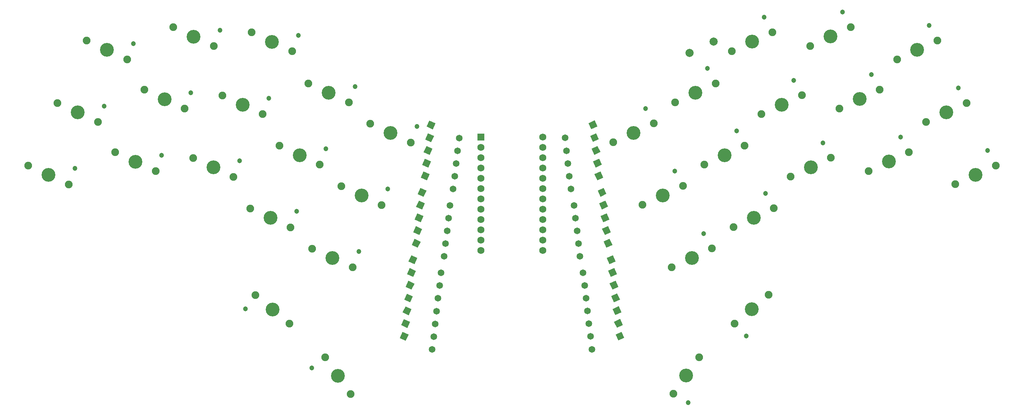
<source format=gbr>
%TF.GenerationSoftware,KiCad,Pcbnew,(5.1.12-1-10_14)*%
%TF.CreationDate,2021-12-22T22:21:50-05:00*%
%TF.ProjectId,keebwirdv1,6b656562-7769-4726-9476-312e6b696361,rev?*%
%TF.SameCoordinates,Original*%
%TF.FileFunction,Soldermask,Top*%
%TF.FilePolarity,Negative*%
%FSLAX46Y46*%
G04 Gerber Fmt 4.6, Leading zero omitted, Abs format (unit mm)*
G04 Created by KiCad (PCBNEW (5.1.12-1-10_14)) date 2021-12-22 22:21:50*
%MOMM*%
%LPD*%
G01*
G04 APERTURE LIST*
%ADD10C,1.651000*%
%ADD11C,0.100000*%
%ADD12R,1.752600X1.752600*%
%ADD13C,1.752600*%
%ADD14C,2.000000*%
%ADD15C,3.400000*%
%ADD16C,1.900000*%
%ADD17C,1.200000*%
G04 APERTURE END LIST*
D10*
%TO.C,D29*%
X163560852Y-110475523D03*
D11*
G36*
X170067632Y-108352199D02*
G01*
X169369890Y-106855885D01*
X170866204Y-106158143D01*
X171563946Y-107654457D01*
X170067632Y-108352199D01*
G37*
%TD*%
D12*
%TO.C,U0*%
X138380000Y-77030000D03*
D13*
X138380000Y-79570000D03*
X138380000Y-82110000D03*
X138380000Y-84650000D03*
X138380000Y-87190000D03*
X138380000Y-89730000D03*
X138380000Y-92270000D03*
X138380000Y-94810000D03*
X138380000Y-97350000D03*
X138380000Y-99890000D03*
X138380000Y-102430000D03*
X153620000Y-104970000D03*
X153620000Y-102430000D03*
X153620000Y-99890000D03*
X153620000Y-97350000D03*
X153620000Y-94810000D03*
X153620000Y-92270000D03*
X153620000Y-89730000D03*
X153620000Y-87190000D03*
X153620000Y-84650000D03*
X153620000Y-82110000D03*
X153620000Y-79570000D03*
X138380000Y-104970000D03*
X153620000Y-77030000D03*
%TD*%
D14*
%TO.C,SW1*%
X189784500Y-56293509D03*
X195675500Y-53546491D03*
%TD*%
D15*
%TO.C,MX33*%
X205064407Y-119478909D03*
D16*
X200851163Y-123014241D03*
X209277651Y-115943577D03*
D17*
X203765363Y-126051647D03*
%TD*%
D15*
%TO.C,MX32*%
X188959736Y-135815664D03*
D16*
X185805066Y-140321000D03*
X192114406Y-131310328D03*
D17*
X189406106Y-142500659D03*
%TD*%
D15*
%TO.C,MX31*%
X103157669Y-135844980D03*
D16*
X100002999Y-131339644D03*
X106312339Y-140350316D03*
D17*
X96723161Y-133978027D03*
%TD*%
D15*
%TO.C,MX30*%
X87052998Y-119508226D03*
D16*
X82839754Y-115972894D03*
X91266242Y-123043558D03*
D17*
X80354538Y-119370261D03*
%TD*%
D15*
%TO.C,MX29*%
X260236564Y-86359078D03*
D16*
X265221257Y-84034678D03*
X255251871Y-88683478D03*
D17*
X263192494Y-80346518D03*
%TD*%
D15*
%TO.C,MX28*%
X238848223Y-83083263D03*
D16*
X243832916Y-80758863D03*
X233863530Y-85407663D03*
D17*
X241804153Y-77070703D03*
%TD*%
D15*
%TO.C,MX27*%
X219636367Y-84474933D03*
D16*
X224621060Y-82150533D03*
X214651674Y-86799333D03*
D17*
X222592297Y-78462373D03*
%TD*%
D15*
%TO.C,MX26*%
X205577073Y-96916307D03*
D16*
X210561766Y-94591907D03*
X200592380Y-99240707D03*
D17*
X208533003Y-90903747D03*
%TD*%
D15*
%TO.C,MX25*%
X190333602Y-106818207D03*
D16*
X195318295Y-104493807D03*
X185348909Y-109142607D03*
D17*
X193289532Y-100805647D03*
%TD*%
D15*
%TO.C,MX24*%
X101783803Y-106847524D03*
D16*
X106768496Y-109171924D03*
X96799110Y-104523124D03*
D17*
X108289726Y-105247099D03*
%TD*%
D15*
%TO.C,MX23*%
X86540332Y-96945624D03*
D16*
X91525025Y-99270024D03*
X81555639Y-94621224D03*
D17*
X93046255Y-95345199D03*
%TD*%
D15*
%TO.C,MX22*%
X72481038Y-84504249D03*
D16*
X77465731Y-86828649D03*
X67496345Y-82179849D03*
D17*
X78986961Y-82903824D03*
%TD*%
D15*
%TO.C,MX21*%
X53269182Y-83112579D03*
D16*
X58253875Y-85436979D03*
X48284489Y-80788179D03*
D17*
X59775105Y-81512154D03*
%TD*%
D15*
%TO.C,MX20*%
X31880842Y-86388395D03*
D16*
X36865535Y-88712795D03*
X26896149Y-84063995D03*
D17*
X38386765Y-84787970D03*
%TD*%
D15*
%TO.C,MX19*%
X253052053Y-70951846D03*
D16*
X258036746Y-68627446D03*
X248067360Y-73276246D03*
D17*
X256007983Y-64939286D03*
%TD*%
D15*
%TO.C,MX18*%
X231656106Y-67659717D03*
D16*
X236640799Y-65335317D03*
X226671413Y-69984117D03*
D17*
X234612036Y-61647157D03*
%TD*%
D15*
%TO.C,MX17*%
X212444249Y-69051387D03*
D16*
X217428942Y-66726987D03*
X207459556Y-71375787D03*
D17*
X215400179Y-63038827D03*
%TD*%
D15*
%TO.C,MX16*%
X198384955Y-81492761D03*
D16*
X203369648Y-79168361D03*
X193400262Y-83817161D03*
D17*
X201340885Y-75480201D03*
%TD*%
D15*
%TO.C,MX15*%
X183149092Y-91410975D03*
D16*
X188133785Y-89086575D03*
X178164399Y-93735375D03*
D17*
X186105022Y-85398415D03*
%TD*%
D15*
%TO.C,MX14*%
X108968314Y-91440291D03*
D16*
X113953007Y-93764691D03*
X103983621Y-89115891D03*
D17*
X115474237Y-89839866D03*
%TD*%
D15*
%TO.C,MX13*%
X93732450Y-81522078D03*
D16*
X98717143Y-83846478D03*
X88747757Y-79197678D03*
D17*
X100238373Y-79921653D03*
%TD*%
D15*
%TO.C,MX12*%
X79673156Y-69080703D03*
D16*
X84657849Y-71405103D03*
X74688463Y-66756303D03*
D17*
X86179079Y-67480278D03*
%TD*%
D15*
%TO.C,MX11*%
X60461299Y-67689033D03*
D16*
X65445992Y-70013433D03*
X55476606Y-65364633D03*
D17*
X66967222Y-66088608D03*
%TD*%
D15*
%TO.C,MX10*%
X39065352Y-70981162D03*
D16*
X44050045Y-73305562D03*
X34080659Y-68656762D03*
D17*
X45571275Y-69380737D03*
%TD*%
D15*
%TO.C,MX9*%
X245867543Y-55544613D03*
D16*
X250852236Y-53220213D03*
X240882850Y-57869013D03*
D17*
X248823473Y-49532053D03*
%TD*%
D15*
%TO.C,MX8*%
X224482583Y-52276049D03*
D16*
X229467276Y-49951649D03*
X219497890Y-54600449D03*
D17*
X227438513Y-46263489D03*
%TD*%
D15*
%TO.C,MX7*%
X205210715Y-53539023D03*
D16*
X210195408Y-51214623D03*
X200226022Y-55863423D03*
D17*
X208166645Y-47526463D03*
%TD*%
D15*
%TO.C,MX6*%
X191221576Y-66130844D03*
D16*
X196206269Y-63806444D03*
X186236883Y-68455244D03*
D17*
X194177506Y-60118284D03*
%TD*%
D15*
%TO.C,MX5*%
X175964581Y-76003743D03*
D16*
X180949274Y-73679343D03*
X170979888Y-78328143D03*
D17*
X178920511Y-69991183D03*
%TD*%
D15*
%TO.C,MX4*%
X116152824Y-76033059D03*
D16*
X121137517Y-78357459D03*
X111168131Y-73708659D03*
D17*
X122658747Y-74432634D03*
%TD*%
D15*
%TO.C,MX3*%
X100895830Y-66160161D03*
D16*
X105880523Y-68484561D03*
X95911137Y-63835761D03*
D17*
X107401753Y-64559736D03*
%TD*%
D15*
%TO.C,MX2*%
X86906690Y-53568339D03*
D16*
X91891383Y-55892739D03*
X81921997Y-51243939D03*
D17*
X93412613Y-51967914D03*
%TD*%
D15*
%TO.C,MX1*%
X67634822Y-52305365D03*
D16*
X72619515Y-54629765D03*
X62650129Y-49980965D03*
D17*
X74140745Y-50704940D03*
%TD*%
D15*
%TO.C,MX0*%
X46249863Y-55573930D03*
D16*
X51234556Y-57898330D03*
X41265170Y-53249530D03*
D17*
X52755786Y-53973505D03*
%TD*%
D10*
%TO.C,D33*%
X165368587Y-126183231D03*
D11*
G36*
X171875367Y-124059907D02*
G01*
X171177625Y-122563593D01*
X172673939Y-121865851D01*
X173371681Y-123362165D01*
X171875367Y-124059907D01*
G37*
%TD*%
D10*
%TO.C,D32*%
X165730134Y-129324772D03*
D11*
G36*
X172236914Y-127201448D02*
G01*
X171539172Y-125705134D01*
X173035486Y-125007392D01*
X173733228Y-126503706D01*
X172236914Y-127201448D01*
G37*
%TD*%
D10*
%TO.C,D31*%
X126387272Y-129354089D03*
D11*
G36*
X120578234Y-125734451D02*
G01*
X119880492Y-127230765D01*
X118384178Y-126533023D01*
X119081920Y-125036709D01*
X120578234Y-125734451D01*
G37*
%TD*%
D10*
%TO.C,D30*%
X126748819Y-126212547D03*
D11*
G36*
X120939781Y-122592909D02*
G01*
X120242039Y-124089223D01*
X118745725Y-123391481D01*
X119443467Y-121895167D01*
X120939781Y-122592909D01*
G37*
%TD*%
D10*
%TO.C,D28*%
X163922399Y-113617064D03*
D11*
G36*
X170429179Y-111493740D02*
G01*
X169731437Y-109997426D01*
X171227751Y-109299684D01*
X171925493Y-110795998D01*
X170429179Y-111493740D01*
G37*
%TD*%
D10*
%TO.C,D27*%
X164283946Y-116758606D03*
D11*
G36*
X170790726Y-114635282D02*
G01*
X170092984Y-113138968D01*
X171589298Y-112441226D01*
X172287040Y-113937540D01*
X170790726Y-114635282D01*
G37*
%TD*%
D10*
%TO.C,D26*%
X164645493Y-119900148D03*
D11*
G36*
X171152273Y-117776824D02*
G01*
X170454531Y-116280510D01*
X171950845Y-115582768D01*
X172648587Y-117079082D01*
X171152273Y-117776824D01*
G37*
%TD*%
D10*
%TO.C,D25*%
X165007040Y-123041689D03*
D11*
G36*
X171513820Y-120918365D02*
G01*
X170816078Y-119422051D01*
X172312392Y-118724309D01*
X173010134Y-120220623D01*
X171513820Y-120918365D01*
G37*
%TD*%
D10*
%TO.C,D24*%
X127110366Y-123071006D03*
D11*
G36*
X121301328Y-119451368D02*
G01*
X120603586Y-120947682D01*
X119107272Y-120249940D01*
X119805014Y-118753626D01*
X121301328Y-119451368D01*
G37*
%TD*%
D10*
%TO.C,D23*%
X127471913Y-119929464D03*
D11*
G36*
X121662875Y-116309826D02*
G01*
X120965133Y-117806140D01*
X119468819Y-117108398D01*
X120166561Y-115612084D01*
X121662875Y-116309826D01*
G37*
%TD*%
D10*
%TO.C,D22*%
X127833460Y-116787922D03*
D11*
G36*
X122024422Y-113168284D02*
G01*
X121326680Y-114664598D01*
X119830366Y-113966856D01*
X120528108Y-112470542D01*
X122024422Y-113168284D01*
G37*
%TD*%
D10*
%TO.C,D21*%
X128195007Y-113646381D03*
D11*
G36*
X122385969Y-110026743D02*
G01*
X121688227Y-111523057D01*
X120191913Y-110825315D01*
X120889655Y-109329001D01*
X122385969Y-110026743D01*
G37*
%TD*%
D10*
%TO.C,D20*%
X128556554Y-110504839D03*
D11*
G36*
X122747516Y-106885201D02*
G01*
X122049774Y-108381515D01*
X120553460Y-107683773D01*
X121251202Y-106187459D01*
X122747516Y-106885201D01*
G37*
%TD*%
D10*
%TO.C,D19*%
X161330498Y-93861507D03*
D11*
G36*
X167837278Y-91738183D02*
G01*
X167139536Y-90241869D01*
X168635850Y-89544127D01*
X169333592Y-91040441D01*
X167837278Y-91738183D01*
G37*
%TD*%
D10*
%TO.C,D18*%
X161692045Y-97003048D03*
D11*
G36*
X168198825Y-94879724D02*
G01*
X167501083Y-93383410D01*
X168997397Y-92685668D01*
X169695139Y-94181982D01*
X168198825Y-94879724D01*
G37*
%TD*%
D10*
%TO.C,D17*%
X162053592Y-100144590D03*
D11*
G36*
X168560372Y-98021266D02*
G01*
X167862630Y-96524952D01*
X169358944Y-95827210D01*
X170056686Y-97323524D01*
X168560372Y-98021266D01*
G37*
%TD*%
D10*
%TO.C,D16*%
X162415139Y-103286132D03*
D11*
G36*
X168921919Y-101162808D02*
G01*
X168224177Y-99666494D01*
X169720491Y-98968752D01*
X170418233Y-100465066D01*
X168921919Y-101162808D01*
G37*
%TD*%
D10*
%TO.C,D15*%
X162776686Y-106427673D03*
D11*
G36*
X169283466Y-104304349D02*
G01*
X168585724Y-102808035D01*
X170082038Y-102110293D01*
X170779780Y-103606607D01*
X169283466Y-104304349D01*
G37*
%TD*%
D10*
%TO.C,D14*%
X129340719Y-106456990D03*
D11*
G36*
X123531681Y-102837352D02*
G01*
X122833939Y-104333666D01*
X121337625Y-103635924D01*
X122035367Y-102139610D01*
X123531681Y-102837352D01*
G37*
%TD*%
D10*
%TO.C,D13*%
X129702266Y-103315448D03*
D11*
G36*
X123893228Y-99695810D02*
G01*
X123195486Y-101192124D01*
X121699172Y-100494382D01*
X122396914Y-98998068D01*
X123893228Y-99695810D01*
G37*
%TD*%
D10*
%TO.C,D12*%
X130063813Y-100173907D03*
D11*
G36*
X124254775Y-96554269D02*
G01*
X123557033Y-98050583D01*
X122060719Y-97352841D01*
X122758461Y-95856527D01*
X124254775Y-96554269D01*
G37*
%TD*%
D10*
%TO.C,D11*%
X130425360Y-97032365D03*
D11*
G36*
X124616322Y-93412727D02*
G01*
X123918580Y-94909041D01*
X122422266Y-94211299D01*
X123120008Y-92714985D01*
X124616322Y-93412727D01*
G37*
%TD*%
D10*
%TO.C,D10*%
X130786907Y-93890823D03*
D11*
G36*
X124977869Y-90271185D02*
G01*
X124280127Y-91767499D01*
X122783813Y-91069757D01*
X123481555Y-89573443D01*
X124977869Y-90271185D01*
G37*
%TD*%
D10*
%TO.C,D9*%
X159100145Y-77247491D03*
D11*
G36*
X165606925Y-75124167D02*
G01*
X164909183Y-73627853D01*
X166405497Y-72930111D01*
X167103239Y-74426425D01*
X165606925Y-75124167D01*
G37*
%TD*%
D10*
%TO.C,D8*%
X159461692Y-80389033D03*
D11*
G36*
X165968472Y-78265709D02*
G01*
X165270730Y-76769395D01*
X166767044Y-76071653D01*
X167464786Y-77567967D01*
X165968472Y-78265709D01*
G37*
%TD*%
D10*
%TO.C,D7*%
X159823239Y-83530574D03*
D11*
G36*
X166330019Y-81407250D02*
G01*
X165632277Y-79910936D01*
X167128591Y-79213194D01*
X167826333Y-80709508D01*
X166330019Y-81407250D01*
G37*
%TD*%
D10*
%TO.C,D6*%
X160184786Y-86672116D03*
D11*
G36*
X166691566Y-84548792D02*
G01*
X165993824Y-83052478D01*
X167490138Y-82354736D01*
X168187880Y-83851050D01*
X166691566Y-84548792D01*
G37*
%TD*%
D10*
%TO.C,D5*%
X160546333Y-89813657D03*
D11*
G36*
X167053113Y-87690333D02*
G01*
X166355371Y-86194019D01*
X167851685Y-85496277D01*
X168549427Y-86992591D01*
X167053113Y-87690333D01*
G37*
%TD*%
D10*
%TO.C,D4*%
X131571072Y-89842974D03*
D11*
G36*
X125762034Y-86223336D02*
G01*
X125064292Y-87719650D01*
X123567978Y-87021908D01*
X124265720Y-85525594D01*
X125762034Y-86223336D01*
G37*
%TD*%
D10*
%TO.C,D3*%
X131932619Y-86701432D03*
D11*
G36*
X126123581Y-83081794D02*
G01*
X125425839Y-84578108D01*
X123929525Y-83880366D01*
X124627267Y-82384052D01*
X126123581Y-83081794D01*
G37*
%TD*%
D10*
%TO.C,D2*%
X132294166Y-83559891D03*
D11*
G36*
X126485128Y-79940253D02*
G01*
X125787386Y-81436567D01*
X124291072Y-80738825D01*
X124988814Y-79242511D01*
X126485128Y-79940253D01*
G37*
%TD*%
D10*
%TO.C,D1*%
X132655713Y-80418349D03*
D11*
G36*
X126846675Y-76798711D02*
G01*
X126148933Y-78295025D01*
X124652619Y-77597283D01*
X125350361Y-76100969D01*
X126846675Y-76798711D01*
G37*
%TD*%
D10*
%TO.C,D0*%
X133017260Y-77276807D03*
D11*
G36*
X127208222Y-73657169D02*
G01*
X126510480Y-75153483D01*
X125014166Y-74455741D01*
X125711908Y-72959427D01*
X127208222Y-73657169D01*
G37*
%TD*%
M02*

</source>
